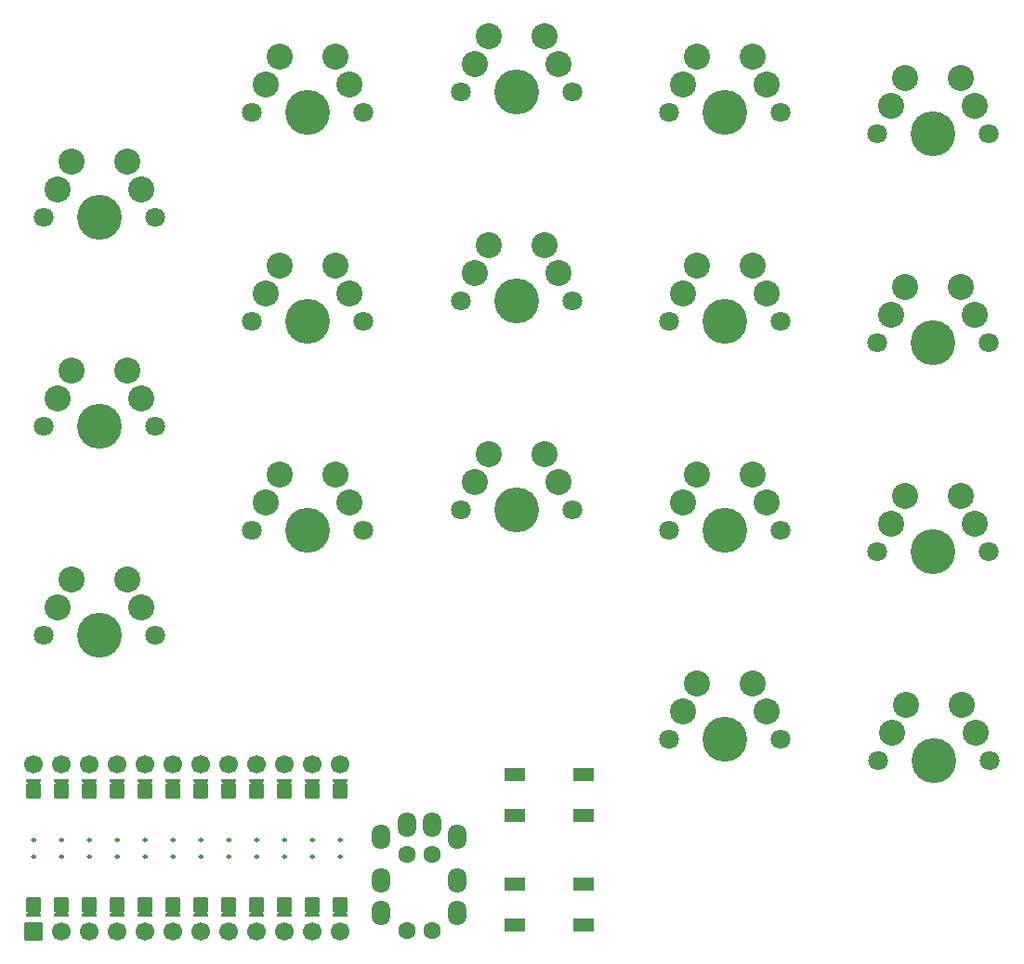
<source format=gbr>
%TF.GenerationSoftware,KiCad,Pcbnew,7.0.0*%
%TF.CreationDate,2023-03-01T18:30:01+00:00*%
%TF.ProjectId,chips-34,63686970-732d-4333-942e-6b696361645f,v1.0.0*%
%TF.SameCoordinates,Original*%
%TF.FileFunction,Soldermask,Top*%
%TF.FilePolarity,Negative*%
%FSLAX46Y46*%
G04 Gerber Fmt 4.6, Leading zero omitted, Abs format (unit mm)*
G04 Created by KiCad (PCBNEW 7.0.0) date 2023-03-01 18:30:01*
%MOMM*%
%LPD*%
G01*
G04 APERTURE LIST*
G04 Aperture macros list*
%AMRoundRect*
0 Rectangle with rounded corners*
0 $1 Rounding radius*
0 $2 $3 $4 $5 $6 $7 $8 $9 X,Y pos of 4 corners*
0 Add a 4 corners polygon primitive as box body*
4,1,4,$2,$3,$4,$5,$6,$7,$8,$9,$2,$3,0*
0 Add four circle primitives for the rounded corners*
1,1,$1+$1,$2,$3*
1,1,$1+$1,$4,$5*
1,1,$1+$1,$6,$7*
1,1,$1+$1,$8,$9*
0 Add four rect primitives between the rounded corners*
20,1,$1+$1,$2,$3,$4,$5,0*
20,1,$1+$1,$4,$5,$6,$7,0*
20,1,$1+$1,$6,$7,$8,$9,0*
20,1,$1+$1,$8,$9,$2,$3,0*%
%AMFreePoly0*
4,1,14,0.635355,0.435355,0.650000,0.400000,0.650000,0.200000,0.635355,0.164645,0.035355,-0.435355,0.000000,-0.450000,-0.035355,-0.435355,-0.635355,0.164645,-0.650000,0.200000,-0.650000,0.400000,-0.635355,0.435355,-0.600000,0.450000,0.600000,0.450000,0.635355,0.435355,0.635355,0.435355,$1*%
%AMFreePoly1*
4,1,16,0.635355,1.035355,0.650000,1.000000,0.650000,-0.250000,0.635355,-0.285355,0.600000,-0.300000,-0.600000,-0.300000,-0.635355,-0.285355,-0.650000,-0.250000,-0.650000,1.000000,-0.635355,1.035355,-0.600000,1.050000,-0.564645,1.035355,0.000000,0.470710,0.564645,1.035355,0.600000,1.050000,0.635355,1.035355,0.635355,1.035355,$1*%
G04 Aperture macros list end*
%ADD10C,0.250000*%
%ADD11C,0.100000*%
%ADD12RoundRect,0.050000X-0.900000X-0.550000X0.900000X-0.550000X0.900000X0.550000X-0.900000X0.550000X0*%
%ADD13C,1.801800*%
%ADD14C,4.087800*%
%ADD15C,2.386000*%
%ADD16C,1.700000*%
%ADD17FreePoly0,0.000000*%
%ADD18FreePoly0,180.000000*%
%ADD19RoundRect,0.050000X-0.800000X-0.800000X0.800000X-0.800000X0.800000X0.800000X-0.800000X0.800000X0*%
%ADD20FreePoly1,0.000000*%
%ADD21FreePoly1,180.000000*%
%ADD22C,1.600000*%
%ADD23O,1.700000X2.300000*%
G04 APERTURE END LIST*
D10*
%TO.C,MCU1*%
X169515000Y-167259000D02*
G75*
G03*
X169515000Y-167259000I-125000J0D01*
G01*
X169515000Y-168783000D02*
G75*
G03*
X169515000Y-168783000I-125000J0D01*
G01*
X172055000Y-167259000D02*
G75*
G03*
X172055000Y-167259000I-125000J0D01*
G01*
X172055000Y-168783000D02*
G75*
G03*
X172055000Y-168783000I-125000J0D01*
G01*
X174595000Y-167259000D02*
G75*
G03*
X174595000Y-167259000I-125000J0D01*
G01*
X174595000Y-168783000D02*
G75*
G03*
X174595000Y-168783000I-125000J0D01*
G01*
X177135000Y-167259000D02*
G75*
G03*
X177135000Y-167259000I-125000J0D01*
G01*
X177135000Y-168783000D02*
G75*
G03*
X177135000Y-168783000I-125000J0D01*
G01*
X179675000Y-167259000D02*
G75*
G03*
X179675000Y-167259000I-125000J0D01*
G01*
X179675000Y-168783000D02*
G75*
G03*
X179675000Y-168783000I-125000J0D01*
G01*
X182215000Y-167259000D02*
G75*
G03*
X182215000Y-167259000I-125000J0D01*
G01*
X182215000Y-168783000D02*
G75*
G03*
X182215000Y-168783000I-125000J0D01*
G01*
X184755000Y-167259000D02*
G75*
G03*
X184755000Y-167259000I-125000J0D01*
G01*
X184755000Y-168783000D02*
G75*
G03*
X184755000Y-168783000I-125000J0D01*
G01*
X187295000Y-167259000D02*
G75*
G03*
X187295000Y-167259000I-125000J0D01*
G01*
X187295000Y-168783000D02*
G75*
G03*
X187295000Y-168783000I-125000J0D01*
G01*
X189835000Y-167259000D02*
G75*
G03*
X189835000Y-167259000I-125000J0D01*
G01*
X189835000Y-168783000D02*
G75*
G03*
X189835000Y-168783000I-125000J0D01*
G01*
X192375000Y-167259000D02*
G75*
G03*
X192375000Y-167259000I-125000J0D01*
G01*
X192375000Y-168783000D02*
G75*
G03*
X192375000Y-168783000I-125000J0D01*
G01*
X194915000Y-167259000D02*
G75*
G03*
X194915000Y-167259000I-125000J0D01*
G01*
X194915000Y-168783000D02*
G75*
G03*
X194915000Y-168783000I-125000J0D01*
G01*
X197455000Y-167259000D02*
G75*
G03*
X197455000Y-167259000I-125000J0D01*
G01*
X197455000Y-168783000D02*
G75*
G03*
X197455000Y-168783000I-125000J0D01*
G01*
G36*
X169898000Y-174117000D02*
G01*
X168882000Y-174117000D01*
X168882000Y-173101000D01*
X169898000Y-173101000D01*
X169898000Y-174117000D01*
G37*
D11*
X169898000Y-174117000D02*
X168882000Y-174117000D01*
X168882000Y-173101000D01*
X169898000Y-173101000D01*
X169898000Y-174117000D01*
G36*
X169898000Y-162941000D02*
G01*
X168882000Y-162941000D01*
X168882000Y-161925000D01*
X169898000Y-161925000D01*
X169898000Y-162941000D01*
G37*
X169898000Y-162941000D02*
X168882000Y-162941000D01*
X168882000Y-161925000D01*
X169898000Y-161925000D01*
X169898000Y-162941000D01*
G36*
X172438000Y-174117000D02*
G01*
X171422000Y-174117000D01*
X171422000Y-173101000D01*
X172438000Y-173101000D01*
X172438000Y-174117000D01*
G37*
X172438000Y-174117000D02*
X171422000Y-174117000D01*
X171422000Y-173101000D01*
X172438000Y-173101000D01*
X172438000Y-174117000D01*
G36*
X172438000Y-162941000D02*
G01*
X171422000Y-162941000D01*
X171422000Y-161925000D01*
X172438000Y-161925000D01*
X172438000Y-162941000D01*
G37*
X172438000Y-162941000D02*
X171422000Y-162941000D01*
X171422000Y-161925000D01*
X172438000Y-161925000D01*
X172438000Y-162941000D01*
G36*
X174978000Y-174117000D02*
G01*
X173962000Y-174117000D01*
X173962000Y-173101000D01*
X174978000Y-173101000D01*
X174978000Y-174117000D01*
G37*
X174978000Y-174117000D02*
X173962000Y-174117000D01*
X173962000Y-173101000D01*
X174978000Y-173101000D01*
X174978000Y-174117000D01*
G36*
X174978000Y-162941000D02*
G01*
X173962000Y-162941000D01*
X173962000Y-161925000D01*
X174978000Y-161925000D01*
X174978000Y-162941000D01*
G37*
X174978000Y-162941000D02*
X173962000Y-162941000D01*
X173962000Y-161925000D01*
X174978000Y-161925000D01*
X174978000Y-162941000D01*
G36*
X177518000Y-174117000D02*
G01*
X176502000Y-174117000D01*
X176502000Y-173101000D01*
X177518000Y-173101000D01*
X177518000Y-174117000D01*
G37*
X177518000Y-174117000D02*
X176502000Y-174117000D01*
X176502000Y-173101000D01*
X177518000Y-173101000D01*
X177518000Y-174117000D01*
G36*
X177518000Y-162941000D02*
G01*
X176502000Y-162941000D01*
X176502000Y-161925000D01*
X177518000Y-161925000D01*
X177518000Y-162941000D01*
G37*
X177518000Y-162941000D02*
X176502000Y-162941000D01*
X176502000Y-161925000D01*
X177518000Y-161925000D01*
X177518000Y-162941000D01*
G36*
X180058000Y-174117000D02*
G01*
X179042000Y-174117000D01*
X179042000Y-173101000D01*
X180058000Y-173101000D01*
X180058000Y-174117000D01*
G37*
X180058000Y-174117000D02*
X179042000Y-174117000D01*
X179042000Y-173101000D01*
X180058000Y-173101000D01*
X180058000Y-174117000D01*
G36*
X180058000Y-162941000D02*
G01*
X179042000Y-162941000D01*
X179042000Y-161925000D01*
X180058000Y-161925000D01*
X180058000Y-162941000D01*
G37*
X180058000Y-162941000D02*
X179042000Y-162941000D01*
X179042000Y-161925000D01*
X180058000Y-161925000D01*
X180058000Y-162941000D01*
G36*
X182598000Y-174117000D02*
G01*
X181582000Y-174117000D01*
X181582000Y-173101000D01*
X182598000Y-173101000D01*
X182598000Y-174117000D01*
G37*
X182598000Y-174117000D02*
X181582000Y-174117000D01*
X181582000Y-173101000D01*
X182598000Y-173101000D01*
X182598000Y-174117000D01*
G36*
X182598000Y-162941000D02*
G01*
X181582000Y-162941000D01*
X181582000Y-161925000D01*
X182598000Y-161925000D01*
X182598000Y-162941000D01*
G37*
X182598000Y-162941000D02*
X181582000Y-162941000D01*
X181582000Y-161925000D01*
X182598000Y-161925000D01*
X182598000Y-162941000D01*
G36*
X185138000Y-174117000D02*
G01*
X184122000Y-174117000D01*
X184122000Y-173101000D01*
X185138000Y-173101000D01*
X185138000Y-174117000D01*
G37*
X185138000Y-174117000D02*
X184122000Y-174117000D01*
X184122000Y-173101000D01*
X185138000Y-173101000D01*
X185138000Y-174117000D01*
G36*
X185138000Y-162941000D02*
G01*
X184122000Y-162941000D01*
X184122000Y-161925000D01*
X185138000Y-161925000D01*
X185138000Y-162941000D01*
G37*
X185138000Y-162941000D02*
X184122000Y-162941000D01*
X184122000Y-161925000D01*
X185138000Y-161925000D01*
X185138000Y-162941000D01*
G36*
X187678000Y-174117000D02*
G01*
X186662000Y-174117000D01*
X186662000Y-173101000D01*
X187678000Y-173101000D01*
X187678000Y-174117000D01*
G37*
X187678000Y-174117000D02*
X186662000Y-174117000D01*
X186662000Y-173101000D01*
X187678000Y-173101000D01*
X187678000Y-174117000D01*
G36*
X187678000Y-162941000D02*
G01*
X186662000Y-162941000D01*
X186662000Y-161925000D01*
X187678000Y-161925000D01*
X187678000Y-162941000D01*
G37*
X187678000Y-162941000D02*
X186662000Y-162941000D01*
X186662000Y-161925000D01*
X187678000Y-161925000D01*
X187678000Y-162941000D01*
G36*
X190218000Y-174117000D02*
G01*
X189202000Y-174117000D01*
X189202000Y-173101000D01*
X190218000Y-173101000D01*
X190218000Y-174117000D01*
G37*
X190218000Y-174117000D02*
X189202000Y-174117000D01*
X189202000Y-173101000D01*
X190218000Y-173101000D01*
X190218000Y-174117000D01*
G36*
X190218000Y-162941000D02*
G01*
X189202000Y-162941000D01*
X189202000Y-161925000D01*
X190218000Y-161925000D01*
X190218000Y-162941000D01*
G37*
X190218000Y-162941000D02*
X189202000Y-162941000D01*
X189202000Y-161925000D01*
X190218000Y-161925000D01*
X190218000Y-162941000D01*
G36*
X192758000Y-174117000D02*
G01*
X191742000Y-174117000D01*
X191742000Y-173101000D01*
X192758000Y-173101000D01*
X192758000Y-174117000D01*
G37*
X192758000Y-174117000D02*
X191742000Y-174117000D01*
X191742000Y-173101000D01*
X192758000Y-173101000D01*
X192758000Y-174117000D01*
G36*
X192758000Y-162941000D02*
G01*
X191742000Y-162941000D01*
X191742000Y-161925000D01*
X192758000Y-161925000D01*
X192758000Y-162941000D01*
G37*
X192758000Y-162941000D02*
X191742000Y-162941000D01*
X191742000Y-161925000D01*
X192758000Y-161925000D01*
X192758000Y-162941000D01*
G36*
X195298000Y-174117000D02*
G01*
X194282000Y-174117000D01*
X194282000Y-173101000D01*
X195298000Y-173101000D01*
X195298000Y-174117000D01*
G37*
X195298000Y-174117000D02*
X194282000Y-174117000D01*
X194282000Y-173101000D01*
X195298000Y-173101000D01*
X195298000Y-174117000D01*
G36*
X195298000Y-162941000D02*
G01*
X194282000Y-162941000D01*
X194282000Y-161925000D01*
X195298000Y-161925000D01*
X195298000Y-162941000D01*
G37*
X195298000Y-162941000D02*
X194282000Y-162941000D01*
X194282000Y-161925000D01*
X195298000Y-161925000D01*
X195298000Y-162941000D01*
G36*
X197838000Y-174117000D02*
G01*
X196822000Y-174117000D01*
X196822000Y-173101000D01*
X197838000Y-173101000D01*
X197838000Y-174117000D01*
G37*
X197838000Y-174117000D02*
X196822000Y-174117000D01*
X196822000Y-173101000D01*
X197838000Y-173101000D01*
X197838000Y-174117000D01*
G36*
X197838000Y-162941000D02*
G01*
X196822000Y-162941000D01*
X196822000Y-161925000D01*
X197838000Y-161925000D01*
X197838000Y-162941000D01*
G37*
X197838000Y-162941000D02*
X196822000Y-162941000D01*
X196822000Y-161925000D01*
X197838000Y-161925000D01*
X197838000Y-162941000D01*
%TD*%
D12*
%TO.C,B1*%
X213260000Y-161310000D03*
X219460000Y-161310000D03*
X213260000Y-165010000D03*
X219460000Y-165010000D03*
%TD*%
D13*
%TO.C,S6*%
X189280000Y-100965000D03*
D14*
X194360000Y-100965000D03*
D13*
X199440000Y-100965000D03*
D15*
X191820000Y-95885000D03*
X196900000Y-95885000D03*
X190550000Y-98425000D03*
X198170000Y-98425000D03*
%TD*%
D13*
%TO.C,S4*%
X189280000Y-139065000D03*
D14*
X194360000Y-139065000D03*
D13*
X199440000Y-139065000D03*
D15*
X191820000Y-133985000D03*
X196900000Y-133985000D03*
X190550000Y-136525000D03*
X198170000Y-136525000D03*
%TD*%
D13*
%TO.C,S16*%
X246330000Y-160020000D03*
D14*
X251410000Y-160020000D03*
D13*
X256490000Y-160020000D03*
D15*
X248870000Y-154940000D03*
X253950000Y-154940000D03*
X247600000Y-157480000D03*
X255220000Y-157480000D03*
%TD*%
D12*
%TO.C,B3*%
X213260000Y-171310000D03*
X219460000Y-171310000D03*
X213260000Y-175010000D03*
X219460000Y-175010000D03*
%TD*%
D13*
%TO.C,S2*%
X170280000Y-129540000D03*
D14*
X175360000Y-129540000D03*
D13*
X180440000Y-129540000D03*
D15*
X172820000Y-124460000D03*
X177900000Y-124460000D03*
X171550000Y-127000000D03*
X179170000Y-127000000D03*
%TD*%
D16*
%TO.C,MCU1*%
X169390000Y-160401000D03*
D17*
X169390000Y-162179000D03*
D18*
X169390000Y-173863000D03*
D16*
X169390000Y-175641000D03*
D19*
X169390000Y-175641000D03*
D16*
X171930000Y-160401000D03*
D17*
X171930000Y-162179000D03*
D18*
X171930000Y-173863000D03*
D16*
X171930000Y-175641000D03*
X174470000Y-160401000D03*
D17*
X174470000Y-162179000D03*
D18*
X174470000Y-173863000D03*
D16*
X174470000Y-175641000D03*
X177010000Y-160401000D03*
D17*
X177010000Y-162179000D03*
D18*
X177010000Y-173863000D03*
D16*
X177010000Y-175641000D03*
X179550000Y-160401000D03*
D17*
X179550000Y-162179000D03*
D18*
X179550000Y-173863000D03*
D16*
X179550000Y-175641000D03*
X182090000Y-160401000D03*
D17*
X182090000Y-162179000D03*
D18*
X182090000Y-173863000D03*
D16*
X182090000Y-175641000D03*
X184630000Y-160401000D03*
D17*
X184630000Y-162179000D03*
D18*
X184630000Y-173863000D03*
D16*
X184630000Y-175641000D03*
X187170000Y-160401000D03*
D17*
X187170000Y-162179000D03*
D18*
X187170000Y-173863000D03*
D16*
X187170000Y-175641000D03*
X189710000Y-160401000D03*
D17*
X189710000Y-162179000D03*
D18*
X189710000Y-173863000D03*
D16*
X189710000Y-175641000D03*
X192250000Y-160401000D03*
D17*
X192250000Y-162179000D03*
D18*
X192250000Y-173863000D03*
D16*
X192250000Y-175641000D03*
X194790000Y-160401000D03*
D17*
X194790000Y-162179000D03*
D18*
X194790000Y-173863000D03*
D16*
X194790000Y-175641000D03*
X197330000Y-160401000D03*
D17*
X197330000Y-162179000D03*
D18*
X197330000Y-173863000D03*
D16*
X197330000Y-175641000D03*
D20*
X169390000Y-163195000D03*
X171930000Y-163195000D03*
X174470000Y-163195000D03*
X177010000Y-163195000D03*
X179550000Y-163195000D03*
X182090000Y-163195000D03*
X184630000Y-163195000D03*
X187170000Y-163195000D03*
X189710000Y-163195000D03*
X192250000Y-163195000D03*
X194790000Y-163195000D03*
X197330000Y-163195000D03*
D21*
X197330000Y-172847000D03*
X194790000Y-172847000D03*
X192250000Y-172847000D03*
X189710000Y-172847000D03*
X187170000Y-172847000D03*
X184630000Y-172847000D03*
X182090000Y-172847000D03*
X179550000Y-172847000D03*
X177010000Y-172847000D03*
X174470000Y-172847000D03*
X171930000Y-172847000D03*
X169390000Y-172847000D03*
%TD*%
D13*
%TO.C,S7*%
X208280000Y-137160000D03*
D14*
X213360000Y-137160000D03*
D13*
X218440000Y-137160000D03*
D15*
X210820000Y-132080000D03*
X215900000Y-132080000D03*
X209550000Y-134620000D03*
X217170000Y-134620000D03*
%TD*%
D13*
%TO.C,S3*%
X170280000Y-110490000D03*
D14*
X175360000Y-110490000D03*
D13*
X180440000Y-110490000D03*
D15*
X172820000Y-105410000D03*
X177900000Y-105410000D03*
X171550000Y-107950000D03*
X179170000Y-107950000D03*
%TD*%
D13*
%TO.C,S1*%
X170280000Y-148590000D03*
D14*
X175360000Y-148590000D03*
D13*
X180440000Y-148590000D03*
D15*
X172820000Y-143510000D03*
X177900000Y-143510000D03*
X171550000Y-146050000D03*
X179170000Y-146050000D03*
%TD*%
D13*
%TO.C,S8*%
X208280000Y-118110000D03*
D14*
X213360000Y-118110000D03*
D13*
X218440000Y-118110000D03*
D15*
X210820000Y-113030000D03*
X215900000Y-113030000D03*
X209550000Y-115570000D03*
X217170000Y-115570000D03*
%TD*%
D13*
%TO.C,S14*%
X246280000Y-121920000D03*
D14*
X251360000Y-121920000D03*
D13*
X256440000Y-121920000D03*
D15*
X248820000Y-116840000D03*
X253900000Y-116840000D03*
X247550000Y-119380000D03*
X255170000Y-119380000D03*
%TD*%
D22*
%TO.C,TRRS1*%
X205660000Y-175560000D03*
X205660000Y-168560000D03*
X203360000Y-175560000D03*
X203360000Y-168560000D03*
D23*
X205659999Y-165859999D03*
X203359999Y-165859999D03*
X207959999Y-166959999D03*
X201059999Y-166959999D03*
X207959999Y-170959999D03*
X201059999Y-170959999D03*
X207959999Y-173959999D03*
X201059999Y-173959999D03*
%TD*%
D13*
%TO.C,S5*%
X189280000Y-120015000D03*
D14*
X194360000Y-120015000D03*
D13*
X199440000Y-120015000D03*
D15*
X191820000Y-114935000D03*
X196900000Y-114935000D03*
X190550000Y-117475000D03*
X198170000Y-117475000D03*
%TD*%
D13*
%TO.C,S10*%
X227280000Y-139065000D03*
D14*
X232360000Y-139065000D03*
D13*
X237440000Y-139065000D03*
D15*
X229820000Y-133985000D03*
X234900000Y-133985000D03*
X228550000Y-136525000D03*
X236170000Y-136525000D03*
%TD*%
D13*
%TO.C,S17*%
X227280000Y-158115000D03*
D14*
X232360000Y-158115000D03*
D13*
X237440000Y-158115000D03*
D15*
X229820000Y-153035000D03*
X234900000Y-153035000D03*
X228550000Y-155575000D03*
X236170000Y-155575000D03*
%TD*%
D13*
%TO.C,S13*%
X246280000Y-140970000D03*
D14*
X251360000Y-140970000D03*
D13*
X256440000Y-140970000D03*
D15*
X248820000Y-135890000D03*
X253900000Y-135890000D03*
X247550000Y-138430000D03*
X255170000Y-138430000D03*
%TD*%
D13*
%TO.C,S9*%
X208280000Y-99060000D03*
D14*
X213360000Y-99060000D03*
D13*
X218440000Y-99060000D03*
D15*
X210820000Y-93980000D03*
X215900000Y-93980000D03*
X209550000Y-96520000D03*
X217170000Y-96520000D03*
%TD*%
D13*
%TO.C,S12*%
X227280000Y-100965000D03*
D14*
X232360000Y-100965000D03*
D13*
X237440000Y-100965000D03*
D15*
X229820000Y-95885000D03*
X234900000Y-95885000D03*
X228550000Y-98425000D03*
X236170000Y-98425000D03*
%TD*%
D13*
%TO.C,S11*%
X227280000Y-120015000D03*
D14*
X232360000Y-120015000D03*
D13*
X237440000Y-120015000D03*
D15*
X229820000Y-114935000D03*
X234900000Y-114935000D03*
X228550000Y-117475000D03*
X236170000Y-117475000D03*
%TD*%
D13*
%TO.C,S15*%
X246280000Y-102870000D03*
D14*
X251360000Y-102870000D03*
D13*
X256440000Y-102870000D03*
D15*
X248820000Y-97790000D03*
X253900000Y-97790000D03*
X247550000Y-100330000D03*
X255170000Y-100330000D03*
%TD*%
M02*

</source>
